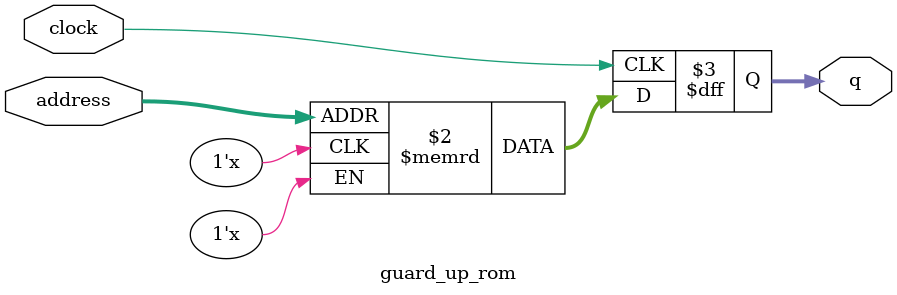
<source format=sv>
module guard_up_rom (
	input logic clock,
	input logic [9:0] address,
	output logic [3:0] q
);

logic [3:0] memory [0:944] /* synthesis ram_init_file = "./guard_up.mif" */;

always_ff @ (posedge clock) begin
	q <= memory[address];
end

endmodule

</source>
